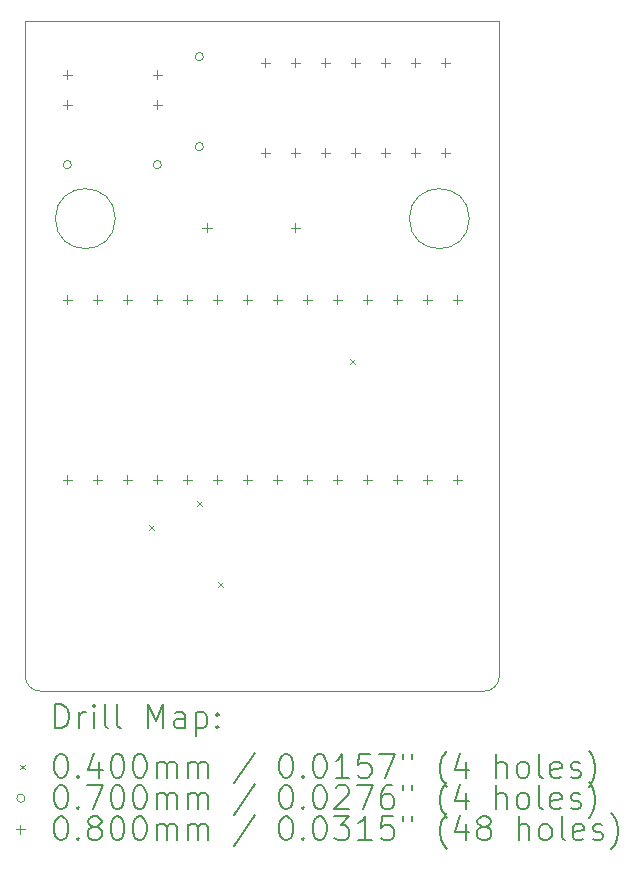
<source format=gbr>
%TF.GenerationSoftware,KiCad,Pcbnew,(6.0.11)*%
%TF.CreationDate,2023-02-19T10:02:09-08:00*%
%TF.ProjectId,AtariCart,41746172-6943-4617-9274-2e6b69636164,rev?*%
%TF.SameCoordinates,Original*%
%TF.FileFunction,Drillmap*%
%TF.FilePolarity,Positive*%
%FSLAX45Y45*%
G04 Gerber Fmt 4.5, Leading zero omitted, Abs format (unit mm)*
G04 Created by KiCad (PCBNEW (6.0.11)) date 2023-02-19 10:02:09*
%MOMM*%
%LPD*%
G01*
G04 APERTURE LIST*
%ADD10C,0.050000*%
%ADD11C,0.200000*%
%ADD12C,0.040000*%
%ADD13C,0.070000*%
%ADD14C,0.080000*%
G04 APERTURE END LIST*
D10*
X2667000Y-8216900D02*
X6426200Y-8216900D01*
X6553200Y-2540000D02*
X6553200Y-8089900D01*
X3302000Y-4216400D02*
G75*
G03*
X3302000Y-4216400I-254000J0D01*
G01*
X2540000Y-8089900D02*
G75*
G03*
X2667000Y-8216900I127000J0D01*
G01*
X6426200Y-8216900D02*
G75*
G03*
X6553200Y-8089900I0J127000D01*
G01*
X2540000Y-2540000D02*
X2540000Y-8089900D01*
X2540000Y-2540000D02*
X6553200Y-2540000D01*
X6299200Y-4216400D02*
G75*
G03*
X6299200Y-4216400I-254000J0D01*
G01*
D11*
D12*
X3586800Y-6812600D02*
X3626800Y-6852600D01*
X3626800Y-6812600D02*
X3586800Y-6852600D01*
X3993200Y-6609400D02*
X4033200Y-6649400D01*
X4033200Y-6609400D02*
X3993200Y-6649400D01*
X4171000Y-7295200D02*
X4211000Y-7335200D01*
X4211000Y-7295200D02*
X4171000Y-7335200D01*
X5290350Y-5404890D02*
X5330350Y-5444890D01*
X5330350Y-5404890D02*
X5290350Y-5444890D01*
D13*
X2930600Y-3759200D02*
G75*
G03*
X2930600Y-3759200I-35000J0D01*
G01*
X3692600Y-3759200D02*
G75*
G03*
X3692600Y-3759200I-35000J0D01*
G01*
X4048200Y-2844800D02*
G75*
G03*
X4048200Y-2844800I-35000J0D01*
G01*
X4048200Y-3606800D02*
G75*
G03*
X4048200Y-3606800I-35000J0D01*
G01*
D14*
X2895600Y-2957200D02*
X2895600Y-3037200D01*
X2855600Y-2997200D02*
X2935600Y-2997200D01*
X2895600Y-3211200D02*
X2895600Y-3291200D01*
X2855600Y-3251200D02*
X2935600Y-3251200D01*
X2895600Y-4862200D02*
X2895600Y-4942200D01*
X2855600Y-4902200D02*
X2935600Y-4902200D01*
X2895600Y-6386200D02*
X2895600Y-6466200D01*
X2855600Y-6426200D02*
X2935600Y-6426200D01*
X3149600Y-4862200D02*
X3149600Y-4942200D01*
X3109600Y-4902200D02*
X3189600Y-4902200D01*
X3149600Y-6386200D02*
X3149600Y-6466200D01*
X3109600Y-6426200D02*
X3189600Y-6426200D01*
X3403600Y-4862200D02*
X3403600Y-4942200D01*
X3363600Y-4902200D02*
X3443600Y-4902200D01*
X3403600Y-6386200D02*
X3403600Y-6466200D01*
X3363600Y-6426200D02*
X3443600Y-6426200D01*
X3657600Y-2957200D02*
X3657600Y-3037200D01*
X3617600Y-2997200D02*
X3697600Y-2997200D01*
X3657600Y-3211200D02*
X3657600Y-3291200D01*
X3617600Y-3251200D02*
X3697600Y-3251200D01*
X3657600Y-4862200D02*
X3657600Y-4942200D01*
X3617600Y-4902200D02*
X3697600Y-4902200D01*
X3657600Y-6386200D02*
X3657600Y-6466200D01*
X3617600Y-6426200D02*
X3697600Y-6426200D01*
X3911600Y-4862200D02*
X3911600Y-4942200D01*
X3871600Y-4902200D02*
X3951600Y-4902200D01*
X3911600Y-6386200D02*
X3911600Y-6466200D01*
X3871600Y-6426200D02*
X3951600Y-6426200D01*
X4076700Y-4252600D02*
X4076700Y-4332600D01*
X4036700Y-4292600D02*
X4116700Y-4292600D01*
X4165600Y-4862200D02*
X4165600Y-4942200D01*
X4125600Y-4902200D02*
X4205600Y-4902200D01*
X4165600Y-6386200D02*
X4165600Y-6466200D01*
X4125600Y-6426200D02*
X4205600Y-6426200D01*
X4419600Y-4862200D02*
X4419600Y-4942200D01*
X4379600Y-4902200D02*
X4459600Y-4902200D01*
X4419600Y-6386200D02*
X4419600Y-6466200D01*
X4379600Y-6426200D02*
X4459600Y-6426200D01*
X4572000Y-2855600D02*
X4572000Y-2935600D01*
X4532000Y-2895600D02*
X4612000Y-2895600D01*
X4572000Y-3617600D02*
X4572000Y-3697600D01*
X4532000Y-3657600D02*
X4612000Y-3657600D01*
X4673600Y-4862200D02*
X4673600Y-4942200D01*
X4633600Y-4902200D02*
X4713600Y-4902200D01*
X4673600Y-6386200D02*
X4673600Y-6466200D01*
X4633600Y-6426200D02*
X4713600Y-6426200D01*
X4826000Y-2855600D02*
X4826000Y-2935600D01*
X4786000Y-2895600D02*
X4866000Y-2895600D01*
X4826000Y-3617600D02*
X4826000Y-3697600D01*
X4786000Y-3657600D02*
X4866000Y-3657600D01*
X4826700Y-4252600D02*
X4826700Y-4332600D01*
X4786700Y-4292600D02*
X4866700Y-4292600D01*
X4927600Y-4862200D02*
X4927600Y-4942200D01*
X4887600Y-4902200D02*
X4967600Y-4902200D01*
X4927600Y-6386200D02*
X4927600Y-6466200D01*
X4887600Y-6426200D02*
X4967600Y-6426200D01*
X5080000Y-2855600D02*
X5080000Y-2935600D01*
X5040000Y-2895600D02*
X5120000Y-2895600D01*
X5080000Y-3617600D02*
X5080000Y-3697600D01*
X5040000Y-3657600D02*
X5120000Y-3657600D01*
X5181600Y-4862200D02*
X5181600Y-4942200D01*
X5141600Y-4902200D02*
X5221600Y-4902200D01*
X5181600Y-6386200D02*
X5181600Y-6466200D01*
X5141600Y-6426200D02*
X5221600Y-6426200D01*
X5334000Y-2855600D02*
X5334000Y-2935600D01*
X5294000Y-2895600D02*
X5374000Y-2895600D01*
X5334000Y-3617600D02*
X5334000Y-3697600D01*
X5294000Y-3657600D02*
X5374000Y-3657600D01*
X5435600Y-4862200D02*
X5435600Y-4942200D01*
X5395600Y-4902200D02*
X5475600Y-4902200D01*
X5435600Y-6386200D02*
X5435600Y-6466200D01*
X5395600Y-6426200D02*
X5475600Y-6426200D01*
X5588000Y-2855600D02*
X5588000Y-2935600D01*
X5548000Y-2895600D02*
X5628000Y-2895600D01*
X5588000Y-3617600D02*
X5588000Y-3697600D01*
X5548000Y-3657600D02*
X5628000Y-3657600D01*
X5689600Y-4862200D02*
X5689600Y-4942200D01*
X5649600Y-4902200D02*
X5729600Y-4902200D01*
X5689600Y-6386200D02*
X5689600Y-6466200D01*
X5649600Y-6426200D02*
X5729600Y-6426200D01*
X5842000Y-2855600D02*
X5842000Y-2935600D01*
X5802000Y-2895600D02*
X5882000Y-2895600D01*
X5842000Y-3617600D02*
X5842000Y-3697600D01*
X5802000Y-3657600D02*
X5882000Y-3657600D01*
X5943600Y-4862200D02*
X5943600Y-4942200D01*
X5903600Y-4902200D02*
X5983600Y-4902200D01*
X5943600Y-6386200D02*
X5943600Y-6466200D01*
X5903600Y-6426200D02*
X5983600Y-6426200D01*
X6096000Y-2855600D02*
X6096000Y-2935600D01*
X6056000Y-2895600D02*
X6136000Y-2895600D01*
X6096000Y-3617600D02*
X6096000Y-3697600D01*
X6056000Y-3657600D02*
X6136000Y-3657600D01*
X6197600Y-4862200D02*
X6197600Y-4942200D01*
X6157600Y-4902200D02*
X6237600Y-4902200D01*
X6197600Y-6386200D02*
X6197600Y-6466200D01*
X6157600Y-6426200D02*
X6237600Y-6426200D01*
D11*
X2795119Y-8529876D02*
X2795119Y-8329876D01*
X2842738Y-8329876D01*
X2871309Y-8339400D01*
X2890357Y-8358448D01*
X2899881Y-8377495D01*
X2909405Y-8415590D01*
X2909405Y-8444162D01*
X2899881Y-8482257D01*
X2890357Y-8501305D01*
X2871309Y-8520352D01*
X2842738Y-8529876D01*
X2795119Y-8529876D01*
X2995119Y-8529876D02*
X2995119Y-8396543D01*
X2995119Y-8434638D02*
X3004643Y-8415590D01*
X3014167Y-8406067D01*
X3033214Y-8396543D01*
X3052262Y-8396543D01*
X3118928Y-8529876D02*
X3118928Y-8396543D01*
X3118928Y-8329876D02*
X3109405Y-8339400D01*
X3118928Y-8348924D01*
X3128452Y-8339400D01*
X3118928Y-8329876D01*
X3118928Y-8348924D01*
X3242738Y-8529876D02*
X3223690Y-8520352D01*
X3214167Y-8501305D01*
X3214167Y-8329876D01*
X3347500Y-8529876D02*
X3328452Y-8520352D01*
X3318928Y-8501305D01*
X3318928Y-8329876D01*
X3576071Y-8529876D02*
X3576071Y-8329876D01*
X3642738Y-8472733D01*
X3709405Y-8329876D01*
X3709405Y-8529876D01*
X3890357Y-8529876D02*
X3890357Y-8425114D01*
X3880833Y-8406067D01*
X3861786Y-8396543D01*
X3823690Y-8396543D01*
X3804643Y-8406067D01*
X3890357Y-8520352D02*
X3871309Y-8529876D01*
X3823690Y-8529876D01*
X3804643Y-8520352D01*
X3795119Y-8501305D01*
X3795119Y-8482257D01*
X3804643Y-8463210D01*
X3823690Y-8453686D01*
X3871309Y-8453686D01*
X3890357Y-8444162D01*
X3985595Y-8396543D02*
X3985595Y-8596543D01*
X3985595Y-8406067D02*
X4004643Y-8396543D01*
X4042738Y-8396543D01*
X4061786Y-8406067D01*
X4071309Y-8415590D01*
X4080833Y-8434638D01*
X4080833Y-8491781D01*
X4071309Y-8510829D01*
X4061786Y-8520352D01*
X4042738Y-8529876D01*
X4004643Y-8529876D01*
X3985595Y-8520352D01*
X4166548Y-8510829D02*
X4176071Y-8520352D01*
X4166548Y-8529876D01*
X4157024Y-8520352D01*
X4166548Y-8510829D01*
X4166548Y-8529876D01*
X4166548Y-8406067D02*
X4176071Y-8415590D01*
X4166548Y-8425114D01*
X4157024Y-8415590D01*
X4166548Y-8406067D01*
X4166548Y-8425114D01*
D12*
X2497500Y-8839400D02*
X2537500Y-8879400D01*
X2537500Y-8839400D02*
X2497500Y-8879400D01*
D11*
X2833214Y-8749876D02*
X2852262Y-8749876D01*
X2871309Y-8759400D01*
X2880833Y-8768924D01*
X2890357Y-8787971D01*
X2899881Y-8826067D01*
X2899881Y-8873686D01*
X2890357Y-8911781D01*
X2880833Y-8930829D01*
X2871309Y-8940352D01*
X2852262Y-8949876D01*
X2833214Y-8949876D01*
X2814167Y-8940352D01*
X2804643Y-8930829D01*
X2795119Y-8911781D01*
X2785595Y-8873686D01*
X2785595Y-8826067D01*
X2795119Y-8787971D01*
X2804643Y-8768924D01*
X2814167Y-8759400D01*
X2833214Y-8749876D01*
X2985595Y-8930829D02*
X2995119Y-8940352D01*
X2985595Y-8949876D01*
X2976071Y-8940352D01*
X2985595Y-8930829D01*
X2985595Y-8949876D01*
X3166548Y-8816543D02*
X3166548Y-8949876D01*
X3118928Y-8740352D02*
X3071309Y-8883210D01*
X3195119Y-8883210D01*
X3309405Y-8749876D02*
X3328452Y-8749876D01*
X3347500Y-8759400D01*
X3357024Y-8768924D01*
X3366548Y-8787971D01*
X3376071Y-8826067D01*
X3376071Y-8873686D01*
X3366548Y-8911781D01*
X3357024Y-8930829D01*
X3347500Y-8940352D01*
X3328452Y-8949876D01*
X3309405Y-8949876D01*
X3290357Y-8940352D01*
X3280833Y-8930829D01*
X3271309Y-8911781D01*
X3261786Y-8873686D01*
X3261786Y-8826067D01*
X3271309Y-8787971D01*
X3280833Y-8768924D01*
X3290357Y-8759400D01*
X3309405Y-8749876D01*
X3499881Y-8749876D02*
X3518928Y-8749876D01*
X3537976Y-8759400D01*
X3547500Y-8768924D01*
X3557024Y-8787971D01*
X3566548Y-8826067D01*
X3566548Y-8873686D01*
X3557024Y-8911781D01*
X3547500Y-8930829D01*
X3537976Y-8940352D01*
X3518928Y-8949876D01*
X3499881Y-8949876D01*
X3480833Y-8940352D01*
X3471309Y-8930829D01*
X3461786Y-8911781D01*
X3452262Y-8873686D01*
X3452262Y-8826067D01*
X3461786Y-8787971D01*
X3471309Y-8768924D01*
X3480833Y-8759400D01*
X3499881Y-8749876D01*
X3652262Y-8949876D02*
X3652262Y-8816543D01*
X3652262Y-8835590D02*
X3661786Y-8826067D01*
X3680833Y-8816543D01*
X3709405Y-8816543D01*
X3728452Y-8826067D01*
X3737976Y-8845114D01*
X3737976Y-8949876D01*
X3737976Y-8845114D02*
X3747500Y-8826067D01*
X3766548Y-8816543D01*
X3795119Y-8816543D01*
X3814167Y-8826067D01*
X3823690Y-8845114D01*
X3823690Y-8949876D01*
X3918928Y-8949876D02*
X3918928Y-8816543D01*
X3918928Y-8835590D02*
X3928452Y-8826067D01*
X3947500Y-8816543D01*
X3976071Y-8816543D01*
X3995119Y-8826067D01*
X4004643Y-8845114D01*
X4004643Y-8949876D01*
X4004643Y-8845114D02*
X4014167Y-8826067D01*
X4033214Y-8816543D01*
X4061786Y-8816543D01*
X4080833Y-8826067D01*
X4090357Y-8845114D01*
X4090357Y-8949876D01*
X4480833Y-8740352D02*
X4309405Y-8997495D01*
X4737976Y-8749876D02*
X4757024Y-8749876D01*
X4776071Y-8759400D01*
X4785595Y-8768924D01*
X4795119Y-8787971D01*
X4804643Y-8826067D01*
X4804643Y-8873686D01*
X4795119Y-8911781D01*
X4785595Y-8930829D01*
X4776071Y-8940352D01*
X4757024Y-8949876D01*
X4737976Y-8949876D01*
X4718929Y-8940352D01*
X4709405Y-8930829D01*
X4699881Y-8911781D01*
X4690357Y-8873686D01*
X4690357Y-8826067D01*
X4699881Y-8787971D01*
X4709405Y-8768924D01*
X4718929Y-8759400D01*
X4737976Y-8749876D01*
X4890357Y-8930829D02*
X4899881Y-8940352D01*
X4890357Y-8949876D01*
X4880833Y-8940352D01*
X4890357Y-8930829D01*
X4890357Y-8949876D01*
X5023690Y-8749876D02*
X5042738Y-8749876D01*
X5061786Y-8759400D01*
X5071310Y-8768924D01*
X5080833Y-8787971D01*
X5090357Y-8826067D01*
X5090357Y-8873686D01*
X5080833Y-8911781D01*
X5071310Y-8930829D01*
X5061786Y-8940352D01*
X5042738Y-8949876D01*
X5023690Y-8949876D01*
X5004643Y-8940352D01*
X4995119Y-8930829D01*
X4985595Y-8911781D01*
X4976071Y-8873686D01*
X4976071Y-8826067D01*
X4985595Y-8787971D01*
X4995119Y-8768924D01*
X5004643Y-8759400D01*
X5023690Y-8749876D01*
X5280833Y-8949876D02*
X5166548Y-8949876D01*
X5223690Y-8949876D02*
X5223690Y-8749876D01*
X5204643Y-8778448D01*
X5185595Y-8797495D01*
X5166548Y-8807019D01*
X5461786Y-8749876D02*
X5366548Y-8749876D01*
X5357024Y-8845114D01*
X5366548Y-8835590D01*
X5385595Y-8826067D01*
X5433214Y-8826067D01*
X5452262Y-8835590D01*
X5461786Y-8845114D01*
X5471310Y-8864162D01*
X5471310Y-8911781D01*
X5461786Y-8930829D01*
X5452262Y-8940352D01*
X5433214Y-8949876D01*
X5385595Y-8949876D01*
X5366548Y-8940352D01*
X5357024Y-8930829D01*
X5537976Y-8749876D02*
X5671309Y-8749876D01*
X5585595Y-8949876D01*
X5737976Y-8749876D02*
X5737976Y-8787971D01*
X5814167Y-8749876D02*
X5814167Y-8787971D01*
X6109405Y-9026067D02*
X6099881Y-9016543D01*
X6080833Y-8987971D01*
X6071309Y-8968924D01*
X6061786Y-8940352D01*
X6052262Y-8892733D01*
X6052262Y-8854638D01*
X6061786Y-8807019D01*
X6071309Y-8778448D01*
X6080833Y-8759400D01*
X6099881Y-8730829D01*
X6109405Y-8721305D01*
X6271309Y-8816543D02*
X6271309Y-8949876D01*
X6223690Y-8740352D02*
X6176071Y-8883210D01*
X6299881Y-8883210D01*
X6528452Y-8949876D02*
X6528452Y-8749876D01*
X6614167Y-8949876D02*
X6614167Y-8845114D01*
X6604643Y-8826067D01*
X6585595Y-8816543D01*
X6557024Y-8816543D01*
X6537976Y-8826067D01*
X6528452Y-8835590D01*
X6737976Y-8949876D02*
X6718928Y-8940352D01*
X6709405Y-8930829D01*
X6699881Y-8911781D01*
X6699881Y-8854638D01*
X6709405Y-8835590D01*
X6718928Y-8826067D01*
X6737976Y-8816543D01*
X6766548Y-8816543D01*
X6785595Y-8826067D01*
X6795119Y-8835590D01*
X6804643Y-8854638D01*
X6804643Y-8911781D01*
X6795119Y-8930829D01*
X6785595Y-8940352D01*
X6766548Y-8949876D01*
X6737976Y-8949876D01*
X6918928Y-8949876D02*
X6899881Y-8940352D01*
X6890357Y-8921305D01*
X6890357Y-8749876D01*
X7071309Y-8940352D02*
X7052262Y-8949876D01*
X7014167Y-8949876D01*
X6995119Y-8940352D01*
X6985595Y-8921305D01*
X6985595Y-8845114D01*
X6995119Y-8826067D01*
X7014167Y-8816543D01*
X7052262Y-8816543D01*
X7071309Y-8826067D01*
X7080833Y-8845114D01*
X7080833Y-8864162D01*
X6985595Y-8883210D01*
X7157024Y-8940352D02*
X7176071Y-8949876D01*
X7214167Y-8949876D01*
X7233214Y-8940352D01*
X7242738Y-8921305D01*
X7242738Y-8911781D01*
X7233214Y-8892733D01*
X7214167Y-8883210D01*
X7185595Y-8883210D01*
X7166548Y-8873686D01*
X7157024Y-8854638D01*
X7157024Y-8845114D01*
X7166548Y-8826067D01*
X7185595Y-8816543D01*
X7214167Y-8816543D01*
X7233214Y-8826067D01*
X7309405Y-9026067D02*
X7318928Y-9016543D01*
X7337976Y-8987971D01*
X7347500Y-8968924D01*
X7357024Y-8940352D01*
X7366548Y-8892733D01*
X7366548Y-8854638D01*
X7357024Y-8807019D01*
X7347500Y-8778448D01*
X7337976Y-8759400D01*
X7318928Y-8730829D01*
X7309405Y-8721305D01*
D13*
X2537500Y-9123400D02*
G75*
G03*
X2537500Y-9123400I-35000J0D01*
G01*
D11*
X2833214Y-9013876D02*
X2852262Y-9013876D01*
X2871309Y-9023400D01*
X2880833Y-9032924D01*
X2890357Y-9051971D01*
X2899881Y-9090067D01*
X2899881Y-9137686D01*
X2890357Y-9175781D01*
X2880833Y-9194829D01*
X2871309Y-9204352D01*
X2852262Y-9213876D01*
X2833214Y-9213876D01*
X2814167Y-9204352D01*
X2804643Y-9194829D01*
X2795119Y-9175781D01*
X2785595Y-9137686D01*
X2785595Y-9090067D01*
X2795119Y-9051971D01*
X2804643Y-9032924D01*
X2814167Y-9023400D01*
X2833214Y-9013876D01*
X2985595Y-9194829D02*
X2995119Y-9204352D01*
X2985595Y-9213876D01*
X2976071Y-9204352D01*
X2985595Y-9194829D01*
X2985595Y-9213876D01*
X3061786Y-9013876D02*
X3195119Y-9013876D01*
X3109405Y-9213876D01*
X3309405Y-9013876D02*
X3328452Y-9013876D01*
X3347500Y-9023400D01*
X3357024Y-9032924D01*
X3366548Y-9051971D01*
X3376071Y-9090067D01*
X3376071Y-9137686D01*
X3366548Y-9175781D01*
X3357024Y-9194829D01*
X3347500Y-9204352D01*
X3328452Y-9213876D01*
X3309405Y-9213876D01*
X3290357Y-9204352D01*
X3280833Y-9194829D01*
X3271309Y-9175781D01*
X3261786Y-9137686D01*
X3261786Y-9090067D01*
X3271309Y-9051971D01*
X3280833Y-9032924D01*
X3290357Y-9023400D01*
X3309405Y-9013876D01*
X3499881Y-9013876D02*
X3518928Y-9013876D01*
X3537976Y-9023400D01*
X3547500Y-9032924D01*
X3557024Y-9051971D01*
X3566548Y-9090067D01*
X3566548Y-9137686D01*
X3557024Y-9175781D01*
X3547500Y-9194829D01*
X3537976Y-9204352D01*
X3518928Y-9213876D01*
X3499881Y-9213876D01*
X3480833Y-9204352D01*
X3471309Y-9194829D01*
X3461786Y-9175781D01*
X3452262Y-9137686D01*
X3452262Y-9090067D01*
X3461786Y-9051971D01*
X3471309Y-9032924D01*
X3480833Y-9023400D01*
X3499881Y-9013876D01*
X3652262Y-9213876D02*
X3652262Y-9080543D01*
X3652262Y-9099590D02*
X3661786Y-9090067D01*
X3680833Y-9080543D01*
X3709405Y-9080543D01*
X3728452Y-9090067D01*
X3737976Y-9109114D01*
X3737976Y-9213876D01*
X3737976Y-9109114D02*
X3747500Y-9090067D01*
X3766548Y-9080543D01*
X3795119Y-9080543D01*
X3814167Y-9090067D01*
X3823690Y-9109114D01*
X3823690Y-9213876D01*
X3918928Y-9213876D02*
X3918928Y-9080543D01*
X3918928Y-9099590D02*
X3928452Y-9090067D01*
X3947500Y-9080543D01*
X3976071Y-9080543D01*
X3995119Y-9090067D01*
X4004643Y-9109114D01*
X4004643Y-9213876D01*
X4004643Y-9109114D02*
X4014167Y-9090067D01*
X4033214Y-9080543D01*
X4061786Y-9080543D01*
X4080833Y-9090067D01*
X4090357Y-9109114D01*
X4090357Y-9213876D01*
X4480833Y-9004352D02*
X4309405Y-9261495D01*
X4737976Y-9013876D02*
X4757024Y-9013876D01*
X4776071Y-9023400D01*
X4785595Y-9032924D01*
X4795119Y-9051971D01*
X4804643Y-9090067D01*
X4804643Y-9137686D01*
X4795119Y-9175781D01*
X4785595Y-9194829D01*
X4776071Y-9204352D01*
X4757024Y-9213876D01*
X4737976Y-9213876D01*
X4718929Y-9204352D01*
X4709405Y-9194829D01*
X4699881Y-9175781D01*
X4690357Y-9137686D01*
X4690357Y-9090067D01*
X4699881Y-9051971D01*
X4709405Y-9032924D01*
X4718929Y-9023400D01*
X4737976Y-9013876D01*
X4890357Y-9194829D02*
X4899881Y-9204352D01*
X4890357Y-9213876D01*
X4880833Y-9204352D01*
X4890357Y-9194829D01*
X4890357Y-9213876D01*
X5023690Y-9013876D02*
X5042738Y-9013876D01*
X5061786Y-9023400D01*
X5071310Y-9032924D01*
X5080833Y-9051971D01*
X5090357Y-9090067D01*
X5090357Y-9137686D01*
X5080833Y-9175781D01*
X5071310Y-9194829D01*
X5061786Y-9204352D01*
X5042738Y-9213876D01*
X5023690Y-9213876D01*
X5004643Y-9204352D01*
X4995119Y-9194829D01*
X4985595Y-9175781D01*
X4976071Y-9137686D01*
X4976071Y-9090067D01*
X4985595Y-9051971D01*
X4995119Y-9032924D01*
X5004643Y-9023400D01*
X5023690Y-9013876D01*
X5166548Y-9032924D02*
X5176071Y-9023400D01*
X5195119Y-9013876D01*
X5242738Y-9013876D01*
X5261786Y-9023400D01*
X5271310Y-9032924D01*
X5280833Y-9051971D01*
X5280833Y-9071019D01*
X5271310Y-9099590D01*
X5157024Y-9213876D01*
X5280833Y-9213876D01*
X5347500Y-9013876D02*
X5480833Y-9013876D01*
X5395119Y-9213876D01*
X5642738Y-9013876D02*
X5604643Y-9013876D01*
X5585595Y-9023400D01*
X5576071Y-9032924D01*
X5557024Y-9061495D01*
X5547500Y-9099590D01*
X5547500Y-9175781D01*
X5557024Y-9194829D01*
X5566548Y-9204352D01*
X5585595Y-9213876D01*
X5623690Y-9213876D01*
X5642738Y-9204352D01*
X5652262Y-9194829D01*
X5661786Y-9175781D01*
X5661786Y-9128162D01*
X5652262Y-9109114D01*
X5642738Y-9099590D01*
X5623690Y-9090067D01*
X5585595Y-9090067D01*
X5566548Y-9099590D01*
X5557024Y-9109114D01*
X5547500Y-9128162D01*
X5737976Y-9013876D02*
X5737976Y-9051971D01*
X5814167Y-9013876D02*
X5814167Y-9051971D01*
X6109405Y-9290067D02*
X6099881Y-9280543D01*
X6080833Y-9251971D01*
X6071309Y-9232924D01*
X6061786Y-9204352D01*
X6052262Y-9156733D01*
X6052262Y-9118638D01*
X6061786Y-9071019D01*
X6071309Y-9042448D01*
X6080833Y-9023400D01*
X6099881Y-8994829D01*
X6109405Y-8985305D01*
X6271309Y-9080543D02*
X6271309Y-9213876D01*
X6223690Y-9004352D02*
X6176071Y-9147210D01*
X6299881Y-9147210D01*
X6528452Y-9213876D02*
X6528452Y-9013876D01*
X6614167Y-9213876D02*
X6614167Y-9109114D01*
X6604643Y-9090067D01*
X6585595Y-9080543D01*
X6557024Y-9080543D01*
X6537976Y-9090067D01*
X6528452Y-9099590D01*
X6737976Y-9213876D02*
X6718928Y-9204352D01*
X6709405Y-9194829D01*
X6699881Y-9175781D01*
X6699881Y-9118638D01*
X6709405Y-9099590D01*
X6718928Y-9090067D01*
X6737976Y-9080543D01*
X6766548Y-9080543D01*
X6785595Y-9090067D01*
X6795119Y-9099590D01*
X6804643Y-9118638D01*
X6804643Y-9175781D01*
X6795119Y-9194829D01*
X6785595Y-9204352D01*
X6766548Y-9213876D01*
X6737976Y-9213876D01*
X6918928Y-9213876D02*
X6899881Y-9204352D01*
X6890357Y-9185305D01*
X6890357Y-9013876D01*
X7071309Y-9204352D02*
X7052262Y-9213876D01*
X7014167Y-9213876D01*
X6995119Y-9204352D01*
X6985595Y-9185305D01*
X6985595Y-9109114D01*
X6995119Y-9090067D01*
X7014167Y-9080543D01*
X7052262Y-9080543D01*
X7071309Y-9090067D01*
X7080833Y-9109114D01*
X7080833Y-9128162D01*
X6985595Y-9147210D01*
X7157024Y-9204352D02*
X7176071Y-9213876D01*
X7214167Y-9213876D01*
X7233214Y-9204352D01*
X7242738Y-9185305D01*
X7242738Y-9175781D01*
X7233214Y-9156733D01*
X7214167Y-9147210D01*
X7185595Y-9147210D01*
X7166548Y-9137686D01*
X7157024Y-9118638D01*
X7157024Y-9109114D01*
X7166548Y-9090067D01*
X7185595Y-9080543D01*
X7214167Y-9080543D01*
X7233214Y-9090067D01*
X7309405Y-9290067D02*
X7318928Y-9280543D01*
X7337976Y-9251971D01*
X7347500Y-9232924D01*
X7357024Y-9204352D01*
X7366548Y-9156733D01*
X7366548Y-9118638D01*
X7357024Y-9071019D01*
X7347500Y-9042448D01*
X7337976Y-9023400D01*
X7318928Y-8994829D01*
X7309405Y-8985305D01*
D14*
X2497500Y-9347400D02*
X2497500Y-9427400D01*
X2457500Y-9387400D02*
X2537500Y-9387400D01*
D11*
X2833214Y-9277876D02*
X2852262Y-9277876D01*
X2871309Y-9287400D01*
X2880833Y-9296924D01*
X2890357Y-9315971D01*
X2899881Y-9354067D01*
X2899881Y-9401686D01*
X2890357Y-9439781D01*
X2880833Y-9458829D01*
X2871309Y-9468352D01*
X2852262Y-9477876D01*
X2833214Y-9477876D01*
X2814167Y-9468352D01*
X2804643Y-9458829D01*
X2795119Y-9439781D01*
X2785595Y-9401686D01*
X2785595Y-9354067D01*
X2795119Y-9315971D01*
X2804643Y-9296924D01*
X2814167Y-9287400D01*
X2833214Y-9277876D01*
X2985595Y-9458829D02*
X2995119Y-9468352D01*
X2985595Y-9477876D01*
X2976071Y-9468352D01*
X2985595Y-9458829D01*
X2985595Y-9477876D01*
X3109405Y-9363590D02*
X3090357Y-9354067D01*
X3080833Y-9344543D01*
X3071309Y-9325495D01*
X3071309Y-9315971D01*
X3080833Y-9296924D01*
X3090357Y-9287400D01*
X3109405Y-9277876D01*
X3147500Y-9277876D01*
X3166548Y-9287400D01*
X3176071Y-9296924D01*
X3185595Y-9315971D01*
X3185595Y-9325495D01*
X3176071Y-9344543D01*
X3166548Y-9354067D01*
X3147500Y-9363590D01*
X3109405Y-9363590D01*
X3090357Y-9373114D01*
X3080833Y-9382638D01*
X3071309Y-9401686D01*
X3071309Y-9439781D01*
X3080833Y-9458829D01*
X3090357Y-9468352D01*
X3109405Y-9477876D01*
X3147500Y-9477876D01*
X3166548Y-9468352D01*
X3176071Y-9458829D01*
X3185595Y-9439781D01*
X3185595Y-9401686D01*
X3176071Y-9382638D01*
X3166548Y-9373114D01*
X3147500Y-9363590D01*
X3309405Y-9277876D02*
X3328452Y-9277876D01*
X3347500Y-9287400D01*
X3357024Y-9296924D01*
X3366548Y-9315971D01*
X3376071Y-9354067D01*
X3376071Y-9401686D01*
X3366548Y-9439781D01*
X3357024Y-9458829D01*
X3347500Y-9468352D01*
X3328452Y-9477876D01*
X3309405Y-9477876D01*
X3290357Y-9468352D01*
X3280833Y-9458829D01*
X3271309Y-9439781D01*
X3261786Y-9401686D01*
X3261786Y-9354067D01*
X3271309Y-9315971D01*
X3280833Y-9296924D01*
X3290357Y-9287400D01*
X3309405Y-9277876D01*
X3499881Y-9277876D02*
X3518928Y-9277876D01*
X3537976Y-9287400D01*
X3547500Y-9296924D01*
X3557024Y-9315971D01*
X3566548Y-9354067D01*
X3566548Y-9401686D01*
X3557024Y-9439781D01*
X3547500Y-9458829D01*
X3537976Y-9468352D01*
X3518928Y-9477876D01*
X3499881Y-9477876D01*
X3480833Y-9468352D01*
X3471309Y-9458829D01*
X3461786Y-9439781D01*
X3452262Y-9401686D01*
X3452262Y-9354067D01*
X3461786Y-9315971D01*
X3471309Y-9296924D01*
X3480833Y-9287400D01*
X3499881Y-9277876D01*
X3652262Y-9477876D02*
X3652262Y-9344543D01*
X3652262Y-9363590D02*
X3661786Y-9354067D01*
X3680833Y-9344543D01*
X3709405Y-9344543D01*
X3728452Y-9354067D01*
X3737976Y-9373114D01*
X3737976Y-9477876D01*
X3737976Y-9373114D02*
X3747500Y-9354067D01*
X3766548Y-9344543D01*
X3795119Y-9344543D01*
X3814167Y-9354067D01*
X3823690Y-9373114D01*
X3823690Y-9477876D01*
X3918928Y-9477876D02*
X3918928Y-9344543D01*
X3918928Y-9363590D02*
X3928452Y-9354067D01*
X3947500Y-9344543D01*
X3976071Y-9344543D01*
X3995119Y-9354067D01*
X4004643Y-9373114D01*
X4004643Y-9477876D01*
X4004643Y-9373114D02*
X4014167Y-9354067D01*
X4033214Y-9344543D01*
X4061786Y-9344543D01*
X4080833Y-9354067D01*
X4090357Y-9373114D01*
X4090357Y-9477876D01*
X4480833Y-9268352D02*
X4309405Y-9525495D01*
X4737976Y-9277876D02*
X4757024Y-9277876D01*
X4776071Y-9287400D01*
X4785595Y-9296924D01*
X4795119Y-9315971D01*
X4804643Y-9354067D01*
X4804643Y-9401686D01*
X4795119Y-9439781D01*
X4785595Y-9458829D01*
X4776071Y-9468352D01*
X4757024Y-9477876D01*
X4737976Y-9477876D01*
X4718929Y-9468352D01*
X4709405Y-9458829D01*
X4699881Y-9439781D01*
X4690357Y-9401686D01*
X4690357Y-9354067D01*
X4699881Y-9315971D01*
X4709405Y-9296924D01*
X4718929Y-9287400D01*
X4737976Y-9277876D01*
X4890357Y-9458829D02*
X4899881Y-9468352D01*
X4890357Y-9477876D01*
X4880833Y-9468352D01*
X4890357Y-9458829D01*
X4890357Y-9477876D01*
X5023690Y-9277876D02*
X5042738Y-9277876D01*
X5061786Y-9287400D01*
X5071310Y-9296924D01*
X5080833Y-9315971D01*
X5090357Y-9354067D01*
X5090357Y-9401686D01*
X5080833Y-9439781D01*
X5071310Y-9458829D01*
X5061786Y-9468352D01*
X5042738Y-9477876D01*
X5023690Y-9477876D01*
X5004643Y-9468352D01*
X4995119Y-9458829D01*
X4985595Y-9439781D01*
X4976071Y-9401686D01*
X4976071Y-9354067D01*
X4985595Y-9315971D01*
X4995119Y-9296924D01*
X5004643Y-9287400D01*
X5023690Y-9277876D01*
X5157024Y-9277876D02*
X5280833Y-9277876D01*
X5214167Y-9354067D01*
X5242738Y-9354067D01*
X5261786Y-9363590D01*
X5271310Y-9373114D01*
X5280833Y-9392162D01*
X5280833Y-9439781D01*
X5271310Y-9458829D01*
X5261786Y-9468352D01*
X5242738Y-9477876D01*
X5185595Y-9477876D01*
X5166548Y-9468352D01*
X5157024Y-9458829D01*
X5471310Y-9477876D02*
X5357024Y-9477876D01*
X5414167Y-9477876D02*
X5414167Y-9277876D01*
X5395119Y-9306448D01*
X5376071Y-9325495D01*
X5357024Y-9335019D01*
X5652262Y-9277876D02*
X5557024Y-9277876D01*
X5547500Y-9373114D01*
X5557024Y-9363590D01*
X5576071Y-9354067D01*
X5623690Y-9354067D01*
X5642738Y-9363590D01*
X5652262Y-9373114D01*
X5661786Y-9392162D01*
X5661786Y-9439781D01*
X5652262Y-9458829D01*
X5642738Y-9468352D01*
X5623690Y-9477876D01*
X5576071Y-9477876D01*
X5557024Y-9468352D01*
X5547500Y-9458829D01*
X5737976Y-9277876D02*
X5737976Y-9315971D01*
X5814167Y-9277876D02*
X5814167Y-9315971D01*
X6109405Y-9554067D02*
X6099881Y-9544543D01*
X6080833Y-9515971D01*
X6071309Y-9496924D01*
X6061786Y-9468352D01*
X6052262Y-9420733D01*
X6052262Y-9382638D01*
X6061786Y-9335019D01*
X6071309Y-9306448D01*
X6080833Y-9287400D01*
X6099881Y-9258829D01*
X6109405Y-9249305D01*
X6271309Y-9344543D02*
X6271309Y-9477876D01*
X6223690Y-9268352D02*
X6176071Y-9411210D01*
X6299881Y-9411210D01*
X6404643Y-9363590D02*
X6385595Y-9354067D01*
X6376071Y-9344543D01*
X6366548Y-9325495D01*
X6366548Y-9315971D01*
X6376071Y-9296924D01*
X6385595Y-9287400D01*
X6404643Y-9277876D01*
X6442738Y-9277876D01*
X6461786Y-9287400D01*
X6471309Y-9296924D01*
X6480833Y-9315971D01*
X6480833Y-9325495D01*
X6471309Y-9344543D01*
X6461786Y-9354067D01*
X6442738Y-9363590D01*
X6404643Y-9363590D01*
X6385595Y-9373114D01*
X6376071Y-9382638D01*
X6366548Y-9401686D01*
X6366548Y-9439781D01*
X6376071Y-9458829D01*
X6385595Y-9468352D01*
X6404643Y-9477876D01*
X6442738Y-9477876D01*
X6461786Y-9468352D01*
X6471309Y-9458829D01*
X6480833Y-9439781D01*
X6480833Y-9401686D01*
X6471309Y-9382638D01*
X6461786Y-9373114D01*
X6442738Y-9363590D01*
X6718928Y-9477876D02*
X6718928Y-9277876D01*
X6804643Y-9477876D02*
X6804643Y-9373114D01*
X6795119Y-9354067D01*
X6776071Y-9344543D01*
X6747500Y-9344543D01*
X6728452Y-9354067D01*
X6718928Y-9363590D01*
X6928452Y-9477876D02*
X6909405Y-9468352D01*
X6899881Y-9458829D01*
X6890357Y-9439781D01*
X6890357Y-9382638D01*
X6899881Y-9363590D01*
X6909405Y-9354067D01*
X6928452Y-9344543D01*
X6957024Y-9344543D01*
X6976071Y-9354067D01*
X6985595Y-9363590D01*
X6995119Y-9382638D01*
X6995119Y-9439781D01*
X6985595Y-9458829D01*
X6976071Y-9468352D01*
X6957024Y-9477876D01*
X6928452Y-9477876D01*
X7109405Y-9477876D02*
X7090357Y-9468352D01*
X7080833Y-9449305D01*
X7080833Y-9277876D01*
X7261786Y-9468352D02*
X7242738Y-9477876D01*
X7204643Y-9477876D01*
X7185595Y-9468352D01*
X7176071Y-9449305D01*
X7176071Y-9373114D01*
X7185595Y-9354067D01*
X7204643Y-9344543D01*
X7242738Y-9344543D01*
X7261786Y-9354067D01*
X7271309Y-9373114D01*
X7271309Y-9392162D01*
X7176071Y-9411210D01*
X7347500Y-9468352D02*
X7366548Y-9477876D01*
X7404643Y-9477876D01*
X7423690Y-9468352D01*
X7433214Y-9449305D01*
X7433214Y-9439781D01*
X7423690Y-9420733D01*
X7404643Y-9411210D01*
X7376071Y-9411210D01*
X7357024Y-9401686D01*
X7347500Y-9382638D01*
X7347500Y-9373114D01*
X7357024Y-9354067D01*
X7376071Y-9344543D01*
X7404643Y-9344543D01*
X7423690Y-9354067D01*
X7499881Y-9554067D02*
X7509405Y-9544543D01*
X7528452Y-9515971D01*
X7537976Y-9496924D01*
X7547500Y-9468352D01*
X7557024Y-9420733D01*
X7557024Y-9382638D01*
X7547500Y-9335019D01*
X7537976Y-9306448D01*
X7528452Y-9287400D01*
X7509405Y-9258829D01*
X7499881Y-9249305D01*
M02*

</source>
